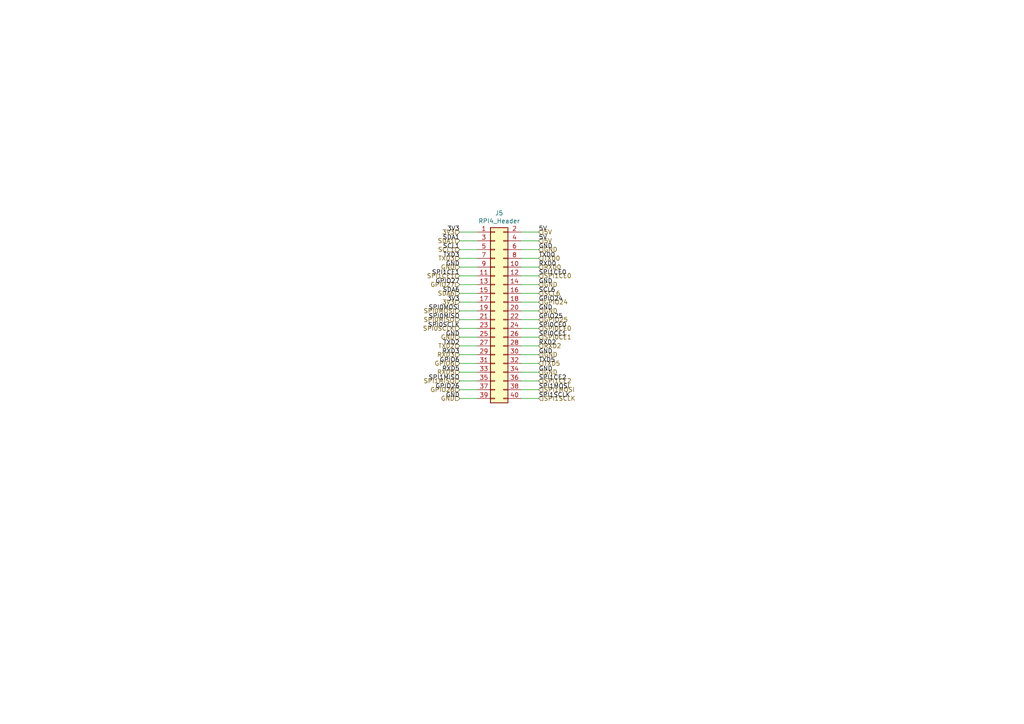
<source format=kicad_sch>
(kicad_sch (version 20211123) (generator eeschema)
  (paper "A4")
  (title_block (title "RPi 40-pin Connector") (date "2022-01-26") (rev "1.0") (company "Columbia ICSL"))
  (lib_symbols
    (symbol "ICSL:RPi_40p_connector" (pin_names (offset 1.016) hide)
      (property "Reference" "J" (at 1.27 25.4 0))
      (property "Value" "RPi_40p_connector" (at 1.27 -27.94 0))
      (symbol "RPi_40p_connector_1_1"
        (rectangle (start -1.27 -25.273) (end 0 -25.527) (stroke (width 0.1524)))
        (rectangle (start -1.27 -22.733) (end 0 -22.987) (stroke (width 0.1524)))
        (rectangle (start -1.27 -20.193) (end 0 -20.447) (stroke (width 0.1524)))
        (rectangle (start -1.27 -17.653) (end 0 -17.907) (stroke (width 0.1524)))
        (rectangle (start -1.27 -15.113) (end 0 -15.367) (stroke (width 0.1524)))
        (rectangle (start -1.27 -12.573) (end 0 -12.827) (stroke (width 0.1524)))
        (rectangle (start -1.27 -10.033) (end 0 -10.287) (stroke (width 0.1524)))
        (rectangle (start -1.27 -7.493) (end 0 -7.747) (stroke (width 0.1524)))
        (rectangle (start -1.27 -4.953) (end 0 -5.207) (stroke (width 0.1524)))
        (rectangle (start -1.27 -2.413) (end 0 -2.667) (stroke (width 0.1524)))
        (rectangle (start -1.27 0.127) (end 0 -0.127) (stroke (width 0.1524)))
        (rectangle (start -1.27 2.667) (end 0 2.413) (stroke (width 0.1524)))
        (rectangle (start -1.27 5.207) (end 0 4.953) (stroke (width 0.1524)))
        (rectangle (start -1.27 7.747) (end 0 7.493) (stroke (width 0.1524)))
        (rectangle (start -1.27 10.287) (end 0 10.033) (stroke (width 0.1524)))
        (rectangle (start -1.27 12.827) (end 0 12.573) (stroke (width 0.1524)))
        (rectangle (start -1.27 15.367) (end 0 15.113) (stroke (width 0.1524)))
        (rectangle (start -1.27 17.907) (end 0 17.653) (stroke (width 0.1524)))
        (rectangle (start -1.27 20.447) (end 0 20.193) (stroke (width 0.1524)))
        (rectangle (start -1.27 22.987) (end 0 22.733) (stroke (width 0.1524)))
        (rectangle (start -1.27 24.13) (end 3.81 -26.67) (stroke (width 0.254)) (fill (type background)))
        (rectangle (start 3.81 -25.273) (end 2.54 -25.527) (stroke (width 0.1524)))
        (rectangle (start 3.81 -22.733) (end 2.54 -22.987) (stroke (width 0.1524)))
        (rectangle (start 3.81 -20.193) (end 2.54 -20.447) (stroke (width 0.1524)))
        (rectangle (start 3.81 -17.653) (end 2.54 -17.907) (stroke (width 0.1524)))
        (rectangle (start 3.81 -15.113) (end 2.54 -15.367) (stroke (width 0.1524)))
        (rectangle (start 3.81 -12.573) (end 2.54 -12.827) (stroke (width 0.1524)))
        (rectangle (start 3.81 -10.033) (end 2.54 -10.287) (stroke (width 0.1524)))
        (rectangle (start 3.81 -7.493) (end 2.54 -7.747) (stroke (width 0.1524)))
        (rectangle (start 3.81 -4.953) (end 2.54 -5.207) (stroke (width 0.1524)))
        (rectangle (start 3.81 -2.413) (end 2.54 -2.667) (stroke (width 0.1524)))
        (rectangle (start 3.81 0.127) (end 2.54 -0.127) (stroke (width 0.1524)))
        (rectangle (start 3.81 2.667) (end 2.54 2.413) (stroke (width 0.1524)))
        (rectangle (start 3.81 5.207) (end 2.54 4.953) (stroke (width 0.1524)))
        (rectangle (start 3.81 7.747) (end 2.54 7.493) (stroke (width 0.1524)))
        (rectangle (start 3.81 10.287) (end 2.54 10.033) (stroke (width 0.1524)))
        (rectangle (start 3.81 12.827) (end 2.54 12.573) (stroke (width 0.1524)))
        (rectangle (start 3.81 15.367) (end 2.54 15.113) (stroke (width 0.1524)))
        (rectangle (start 3.81 17.907) (end 2.54 17.653) (stroke (width 0.1524)))
        (rectangle (start 3.81 20.447) (end 2.54 20.193) (stroke (width 0.1524)))
        (rectangle (start 3.81 22.987) (end 2.54 22.733) (stroke (width 0.1524)))
        (pin power_out line (at -5.08 22.86 0) (length 3.81) (name "Pin_1") (number "1"))
        (pin passive line (at 7.62 12.7 180) (length 3.81) (name "Pin_10") (number "10"))
        (pin passive line (at -5.08 10.16 0) (length 3.81) (name "Pin_11") (number "11"))
        (pin passive line (at 7.62 10.16 180) (length 3.81) (name "Pin_12") (number "12"))
        (pin passive line (at -5.08 7.62 0) (length 3.81) (name "Pin_13") (number "13"))
        (pin power_in line (at 7.62 7.62 180) (length 3.81) (name "Pin_14") (number "14"))
        (pin passive line (at -5.08 5.08 0) (length 3.81) (name "Pin_15") (number "15"))
        (pin passive line (at 7.62 5.08 180) (length 3.81) (name "Pin_16") (number "16"))
        (pin power_in line (at -5.08 2.54 0) (length 3.81) (name "Pin_17") (number "17"))
        (pin passive line (at 7.62 2.54 180) (length 3.81) (name "Pin_18") (number "18"))
        (pin passive line (at -5.08 0 0) (length 3.81) (name "Pin_19") (number "19"))
        (pin power_out line (at 7.62 22.86 180) (length 3.81) (name "Pin_2") (number "2"))
        (pin power_in line (at 7.62 0 180) (length 3.81) (name "Pin_20") (number "20"))
        (pin passive line (at -5.08 -2.54 0) (length 3.81) (name "Pin_21") (number "21"))
        (pin passive line (at 7.62 -2.54 180) (length 3.81) (name "Pin_22") (number "22"))
        (pin passive line (at -5.08 -5.08 0) (length 3.81) (name "Pin_23") (number "23"))
        (pin passive line (at 7.62 -5.08 180) (length 3.81) (name "Pin_24") (number "24"))
        (pin power_in line (at -5.08 -7.62 0) (length 3.81) (name "Pin_25") (number "25"))
        (pin passive line (at 7.62 -7.62 180) (length 3.81) (name "Pin_26") (number "26"))
        (pin passive line (at -5.08 -10.16 0) (length 3.81) (name "Pin_27") (number "27"))
        (pin passive line (at 7.62 -10.16 180) (length 3.81) (name "Pin_28") (number "28"))
        (pin passive line (at -5.08 -12.7 0) (length 3.81) (name "Pin_29") (number "29"))
        (pin passive line (at -5.08 20.32 0) (length 3.81) (name "Pin_3") (number "3"))
        (pin power_in line (at 7.62 -12.7 180) (length 3.81) (name "Pin_30") (number "30"))
        (pin passive line (at -5.08 -15.24 0) (length 3.81) (name "Pin_31") (number "31"))
        (pin passive line (at 7.62 -15.24 180) (length 3.81) (name "Pin_32") (number "32"))
        (pin passive line (at -5.08 -17.78 0) (length 3.81) (name "Pin_33") (number "33"))
        (pin power_in line (at 7.62 -17.78 180) (length 3.81) (name "Pin_34") (number "34"))
        (pin passive line (at -5.08 -20.32 0) (length 3.81) (name "Pin_35") (number "35"))
        (pin passive line (at 7.62 -20.32 180) (length 3.81) (name "Pin_36") (number "36"))
        (pin passive line (at -5.08 -22.86 0) (length 3.81) (name "Pin_37") (number "37"))
        (pin passive line (at 7.62 -22.86 180) (length 3.81) (name "Pin_38") (number "38"))
        (pin power_in line (at -5.08 -25.4 0) (length 3.81) (name "Pin_39") (number "39"))
        (pin power_in line (at 7.62 20.32 180) (length 3.81) (name "Pin_4") (number "4"))
        (pin passive line (at 7.62 -25.4 180) (length 3.81) (name "Pin_40") (number "40"))
        (pin passive line (at -5.08 17.78 0) (length 3.81) (name "Pin_5") (number "5"))
        (pin power_out line (at 7.62 17.78 180) (length 3.81) (name "Pin_6") (number "6"))
        (pin passive line (at -5.08 15.24 0) (length 3.81) (name "Pin_7") (number "7"))
        (pin passive line (at 7.62 15.24 180) (length 3.81) (name "Pin_8") (number "8"))
        (pin power_in line (at -5.08 12.7 0) (length 3.81) (name "Pin_9") (number "9"))
      )
    )
  )
  (wire (pts (xy 133.35 67.31) (xy 138.43 67.31)))
  (wire (pts (xy 133.35 97.79) (xy 138.43 97.79)))
  (wire (pts (xy 138.43 113.03) (xy 133.35 113.03)))
  (wire (pts (xy 133.35 105.41) (xy 138.43 105.41)))
  (wire (pts (xy 138.43 100.33) (xy 133.35 100.33)))
  (wire (pts (xy 133.35 87.63) (xy 138.43 87.63)))
  (wire (pts (xy 151.13 77.47) (xy 156.21 77.47)))
  (wire (pts (xy 156.21 85.09) (xy 151.13 85.09)))
  (wire (pts (xy 133.35 85.09) (xy 138.43 85.09)))
  (wire (pts (xy 133.35 80.01) (xy 138.43 80.01)))
  (wire (pts (xy 151.13 82.55) (xy 156.21 82.55)))
  (wire (pts (xy 156.21 110.49) (xy 151.13 110.49)))
  (wire (pts (xy 133.35 74.93) (xy 138.43 74.93)))
  (wire (pts (xy 138.43 95.25) (xy 133.35 95.25)))
  (wire (pts (xy 151.13 67.31) (xy 156.21 67.31)))
  (wire (pts (xy 133.35 90.17) (xy 138.43 90.17)))
  (wire (pts (xy 156.21 74.93) (xy 151.13 74.93)))
  (wire (pts (xy 133.35 69.85) (xy 138.43 69.85)))
  (wire (pts (xy 133.35 115.57) (xy 138.43 115.57)))
  (wire (pts (xy 151.13 115.57) (xy 156.21 115.57)))
  (wire (pts (xy 133.35 92.71) (xy 138.43 92.71)))
  (wire (pts (xy 156.21 90.17) (xy 151.13 90.17)))
  (wire (pts (xy 151.13 113.03) (xy 156.21 113.03)))
  (wire (pts (xy 151.13 102.87) (xy 156.21 102.87)))
  (wire (pts (xy 151.13 87.63) (xy 156.21 87.63)))
  (wire (pts (xy 133.35 77.47) (xy 138.43 77.47)))
  (wire (pts (xy 133.35 82.55) (xy 138.43 82.55)))
  (wire (pts (xy 156.21 95.25) (xy 151.13 95.25)))
  (wire (pts (xy 156.21 100.33) (xy 151.13 100.33)))
  (wire (pts (xy 151.13 107.95) (xy 156.21 107.95)))
  (wire (pts (xy 156.21 69.85) (xy 151.13 69.85)))
  (wire (pts (xy 138.43 72.39) (xy 133.35 72.39)))
  (wire (pts (xy 151.13 92.71) (xy 156.21 92.71)))
  (wire (pts (xy 133.35 110.49) (xy 138.43 110.49)))
  (wire (pts (xy 151.13 72.39) (xy 156.21 72.39)))
  (wire (pts (xy 138.43 107.95) (xy 133.35 107.95)))
  (wire (pts (xy 133.35 102.87) (xy 138.43 102.87)))
  (wire (pts (xy 156.21 80.01) (xy 151.13 80.01)))
  (wire (pts (xy 151.13 97.79) (xy 156.21 97.79)))
  (wire (pts (xy 156.21 105.41) (xy 151.13 105.41)))
  (label "GND" (at 156.21 107.95 0))
  (label "TXD3" (at 133.35 74.93 180))
  (label "GND" (at 133.35 115.57 180))
  (label "SPI1CE0" (at 156.21 80.01 0))
  (label "GPIO26" (at 133.35 113.03 180))
  (label "RXD0" (at 156.21 77.47 0))
  (label "GPIO24" (at 156.21 87.63 0))
  (label "3V3" (at 133.35 87.63 180))
  (label "SCL6" (at 156.21 85.09 0))
  (label "RXD2" (at 156.21 100.33 0))
  (label "SCL1" (at 133.35 72.39 180))
  (label "SPI1CE1" (at 133.35 80.01 180))
  (label "TXD0" (at 156.21 74.93 0))
  (label "GND" (at 156.21 90.17 0))
  (label "SPI0SCLK" (at 133.35 95.25 180))
  (label "SPI0MISO" (at 133.35 92.71 180))
  (label "SDA1" (at 133.35 69.85 180))
  (label "TXD5" (at 156.21 105.41 0))
  (label "GND" (at 156.21 82.55 0))
  (label "GND" (at 156.21 72.39 0))
  (label "GND" (at 133.35 77.47 180))
  (label "SPI1MOSI" (at 156.21 113.03 0))
  (label "TXD2" (at 133.35 100.33 180))
  (label "GPIO27" (at 133.35 82.55 180))
  (label "SPI1CE2" (at 156.21 110.49 0))
  (label "SPI0MOSI" (at 133.35 90.17 180))
  (label "3V3" (at 133.35 67.31 180))
  (label "5V" (at 156.21 69.85 0))
  (label "RXD3" (at 133.35 102.87 180))
  (label "GND" (at 133.35 97.79 180))
  (label "5V" (at 156.21 67.31 0))
  (label "GPIO25" (at 156.21 92.71 0))
  (label "SDA6" (at 133.35 85.09 180))
  (label "SPI0CE0" (at 156.21 95.25 0))
  (label "RXD5" (at 133.35 107.95 180))
  (label "GPIO6" (at 133.35 105.41 180))
  (label "SPI1MISO" (at 133.35 110.49 180))
  (label "SPI1SCLK" (at 156.21 115.57 0))
  (label "SPI0CE1" (at 156.21 97.79 0))
  (label "GND" (at 156.21 102.87 0))
  (hierarchical_label "SPI1MOSI" (shape input) (at 156.21 113.03 0))
  (hierarchical_label "SPI0SCLK" (shape input) (at 133.35 95.25 180))
  (hierarchical_label "SPI0MOSI" (shape input) (at 133.35 90.17 180))
  (hierarchical_label "RXD5" (shape input) (at 133.35 107.95 180))
  (hierarchical_label "SPI1CE1" (shape input) (at 133.35 80.01 180))
  (hierarchical_label "SDA6" (shape input) (at 133.35 85.09 180))
  (hierarchical_label "5V" (shape input) (at 156.21 69.85 0))
  (hierarchical_label "SPI0CE0" (shape input) (at 156.21 95.25 0))
  (hierarchical_label "RXD0" (shape input) (at 156.21 77.47 0))
  (hierarchical_label "GPIO25" (shape input) (at 156.21 92.71 0))
  (hierarchical_label "GND" (shape input) (at 133.35 97.79 180))
  (hierarchical_label "SDA1" (shape input) (at 133.35 69.85 180))
  (hierarchical_label "3V3" (shape input) (at 133.35 67.31 180))
  (hierarchical_label "GPIO27" (shape input) (at 133.35 82.55 180))
  (hierarchical_label "SCL6" (shape input) (at 156.21 85.09 0))
  (hierarchical_label "TXD5" (shape input) (at 156.21 105.41 0))
  (hierarchical_label "GND" (shape input) (at 133.35 115.57 180))
  (hierarchical_label "GND" (shape input) (at 156.21 72.39 0))
  (hierarchical_label "SPI0MISO" (shape input) (at 133.35 92.71 180))
  (hierarchical_label "TXD0" (shape input) (at 156.21 74.93 0))
  (hierarchical_label "GPIO6" (shape input) (at 133.35 105.41 180))
  (hierarchical_label "SCL1" (shape input) (at 133.35 72.39 180))
  (hierarchical_label "GND" (shape input) (at 156.21 82.55 0))
  (hierarchical_label "GND" (shape input) (at 156.21 90.17 0))
  (hierarchical_label "SPI0CE1" (shape input) (at 156.21 97.79 0))
  (hierarchical_label "GPIO26" (shape input) (at 133.35 113.03 180))
  (hierarchical_label "GND" (shape input) (at 156.21 102.87 0))
  (hierarchical_label "3V3" (shape input) (at 133.35 87.63 180))
  (hierarchical_label "GND" (shape input) (at 133.35 77.47 180))
  (hierarchical_label "SPI1SCLK" (shape input) (at 156.21 115.57 0))
  (hierarchical_label "SPI1MISO" (shape input) (at 133.35 110.49 180))
  (hierarchical_label "5V" (shape input) (at 156.21 67.31 0))
  (hierarchical_label "GND" (shape input) (at 156.21 107.95 0))
  (hierarchical_label "SPI1CE2" (shape input) (at 156.21 110.49 0))
  (hierarchical_label "TXD3" (shape input) (at 133.35 74.93 180))
  (hierarchical_label "TXD2" (shape input) (at 133.35 100.33 180))
  (hierarchical_label "RXD2" (shape input) (at 156.21 100.33 0))
  (hierarchical_label "RXD3" (shape input) (at 133.35 102.87 180))
  (hierarchical_label "SPI1CE0" (shape input) (at 156.21 80.01 0))
  (hierarchical_label "GPIO24" (shape input) (at 156.21 87.63 0))
  (symbol (lib_id "ICSL:RPi_40p_connector") (at 143.51 90.17 0) (unit 1)
    (property "Reference" "J5" (at 144.78 61.7982 0))
    (property "Value" "RPI4_Header" (at 144.78 64.1096 0))
    (property "Footprint" "Connector_PinHeader_2.54mm:PinHeader_2x20_P2.54mm_Vertical" (effects hide))
    (property "Datasheet" "https://datasheet.lcsc.com/lcsc/1811111512_BOOMELE-Boom-Precision-Elec-C50982_C50982.pdf" (effects hide))
    (property "MFR" "BOOMELE(Boom Precision Elec)" (effects hide))
    (property "MFR Part#" "C50982" (effects hide))
    (property "LCSC" "C50982" (effects hide))
  )
)
</source>
